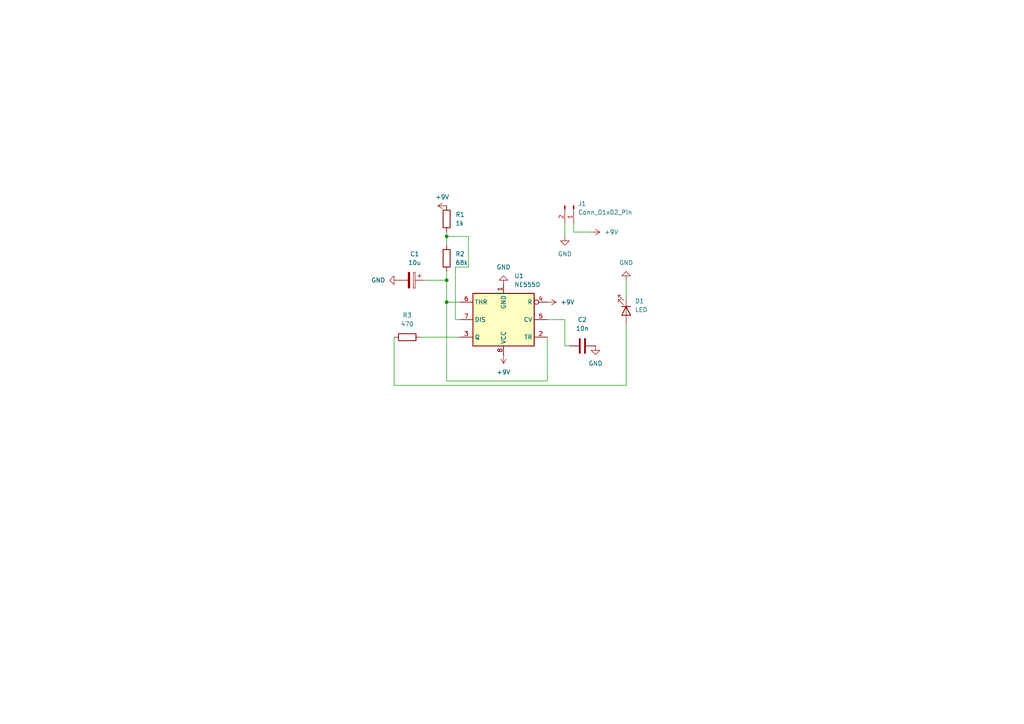
<source format=kicad_sch>
(kicad_sch (version 20250114) (generator "eeschema") (generator_version "9.0")
  (paper "A4")
  (lib_symbols
    (symbol "Connector:Conn_01x02_Pin" (pin_names (offset 1.016) (hide yes))
      (property "Reference" "J" (at 0 2.54 0))
      (property "Value" "Conn_01x02_Pin" (at 0 -5.08 0))
      (symbol "Conn_01x02_Pin_1_1"
        (rectangle (start 0.8636 0.127) (end 0 -0.127) (stroke (width 0.1524)) (fill (type outline)))
        (rectangle (start 0.8636 -2.413) (end 0 -2.667) (stroke (width 0.1524)) (fill (type outline)))
        (polyline (pts (xy 1.27 0) (xy 0.8636 0)) (stroke (width 0.1524)))
        (polyline (pts (xy 1.27 -2.54) (xy 0.8636 -2.54)) (stroke (width 0.1524)))
        (pin passive line (at 5.08 0 180) (length 3.81) (name "Pin_1") (number "1"))
        (pin passive line (at 5.08 -2.54 180) (length 3.81) (name "Pin_2") (number "2"))
      )
    )
    (symbol "Device:C" (pin_numbers (hide yes)) (pin_names (offset 0.254))
      (property "Reference" "C" (at 0.635 2.54 0))
      (property "Value" "C" (at 0.635 -2.54 0))
      (symbol "C_0_1"
        (polyline (pts (xy -2.032 0.762) (xy 2.032 0.762)) (stroke (width 0.508)))
        (polyline (pts (xy -2.032 -0.762) (xy 2.032 -0.762)) (stroke (width 0.508)))
      )
      (symbol "C_1_1"
        (pin passive line (at 0 3.81 270) (length 2.794) (name "~") (number "1"))
        (pin passive line (at 0 -3.81 90) (length 2.794) (name "~") (number "2"))
      )
    )
    (symbol "Device:C_Polarized" (pin_numbers (hide yes)) (pin_names (offset 0.254))
      (property "Reference" "C" (at 0.635 2.54 0))
      (property "Value" "C_Polarized" (at 0.635 -2.54 0))
      (symbol "C_Polarized_0_1"
        (rectangle (start -2.286 0.508) (end 2.286 1.016))
        (polyline (pts (xy -1.778 2.286) (xy -0.762 2.286)))
        (polyline (pts (xy -1.27 2.794) (xy -1.27 1.778)))
        (rectangle (start 2.286 -0.508) (end -2.286 -1.016) (fill (type outline)))
      )
      (symbol "C_Polarized_1_1"
        (pin passive line (at 0 3.81 270) (length 2.794) (name "~") (number "1"))
        (pin passive line (at 0 -3.81 90) (length 2.794) (name "~") (number "2"))
      )
    )
    (symbol "Device:LED" (pin_numbers (hide yes)) (pin_names (offset 1.016) (hide yes))
      (property "Reference" "D" (at 0 2.54 0))
      (property "Value" "LED" (at 0 -2.54 0))
      (symbol "LED_0_1"
        (polyline (pts (xy -3.048 -0.762) (xy -4.572 -2.286) (xy -3.81 -2.286) (xy -4.572 -2.286) (xy -4.572 -1.524)))
        (polyline (pts (xy -1.778 -0.762) (xy -3.302 -2.286) (xy -2.54 -2.286) (xy -3.302 -2.286) (xy -3.302 -1.524)))
        (polyline (pts (xy -1.27 0) (xy 1.27 0)))
        (polyline (pts (xy -1.27 -1.27) (xy -1.27 1.27)) (stroke (width 0.254)))
        (polyline (pts (xy 1.27 -1.27) (xy 1.27 1.27) (xy -1.27 0) (xy 1.27 -1.27)) (stroke (width 0.254)))
      )
      (symbol "LED_1_1"
        (pin passive line (at -3.81 0 0) (length 2.54) (name "K") (number "1"))
        (pin passive line (at 3.81 0 180) (length 2.54) (name "A") (number "2"))
      )
    )
    (symbol "Device:R" (pin_numbers (hide yes)) (pin_names (offset 0))
      (property "Reference" "R" (at 2.032 0 90))
      (property "Value" "R" (at 0 0 90))
      (symbol "R_0_1"
        (rectangle (start -1.016 -2.54) (end 1.016 2.54) (stroke (width 0.254)))
      )
      (symbol "R_1_1"
        (pin passive line (at 0 3.81 270) (length 1.27) (name "~") (number "1"))
        (pin passive line (at 0 -3.81 90) (length 1.27) (name "~") (number "2"))
      )
    )
    (symbol "Timer:NE555D"
      (property "Reference" "U" (at -10.16 8.89 0))
      (property "Value" "NE555D" (at 2.54 8.89 0))
      (symbol "NE555D_0_0"
        (pin power_in line (at 0 10.16 270) (length 2.54) (name "VCC") (number "8"))
        (pin power_in line (at 0 -10.16 90) (length 2.54) (name "GND") (number "1"))
      )
      (symbol "NE555D_0_1"
        (rectangle (start -8.89 -7.62) (end 8.89 7.62) (stroke (width 0.254)) (fill (type background)))
        (rectangle (start -8.89 -7.62) (end 8.89 7.62) (stroke (width 0.254)) (fill (type background)))
      )
      (symbol "NE555D_1_1"
        (pin input line (at -12.7 5.08 0) (length 3.81) (name "TR") (number "2"))
        (pin input line (at -12.7 0 0) (length 3.81) (name "CV") (number "5"))
        (pin input inverted (at -12.7 -5.08 0) (length 3.81) (name "R") (number "4"))
        (pin output line (at 12.7 5.08 180) (length 3.81) (name "Q") (number "3"))
        (pin input line (at 12.7 0 180) (length 3.81) (name "DIS") (number "7"))
        (pin input line (at 12.7 -5.08 180) (length 3.81) (name "THR") (number "6"))
      )
    )
    (symbol "power:+9V" (power) (pin_numbers (hide yes)) (pin_names (offset 0) (hide yes))
      (property "Value" "+9V" (at 0 3.556 0))
      (symbol "+9V_0_1"
        (polyline (pts (xy -0.762 1.27) (xy 0 2.54)))
        (polyline (pts (xy 0 2.54) (xy 0.762 1.27)))
        (polyline (pts (xy 0 0) (xy 0 2.54)))
      )
      (symbol "+9V_1_1"
        (pin power_in line (at 0 0 90) (length 0) (name "~") (number "1"))
      )
    )
    (symbol "power:GND" (power) (pin_numbers (hide yes)) (pin_names (offset 0) (hide yes))
      (property "Value" "GND" (at 0 -3.81 0))
      (symbol "GND_0_1"
        (polyline (pts (xy 0 0) (xy 0 -1.27) (xy 1.27 -1.27) (xy 0 -2.54) (xy -1.27 -1.27) (xy 0 -1.27)))
      )
      (symbol "GND_1_1"
        (pin power_in line (at 0 0 270) (length 0) (name "~") (number "1"))
      )
    )
  )
  (junction (at 129.54 81.28))
  (junction (at 129.54 68.58))
  (junction (at 129.54 87.63))
  (wire (pts (xy 129.54 81.28) (xy 129.54 87.63)))
  (wire (pts (xy 129.54 68.58) (xy 129.54 71.12)))
  (wire (pts (xy 135.89 68.58) (xy 135.89 77.47)))
  (wire (pts (xy 133.35 92.71) (xy 132.08 92.71)))
  (wire (pts (xy 181.61 81.28) (xy 181.61 86.36)))
  (wire (pts (xy 165.1 100.33) (xy 163.83 100.33)))
  (wire (pts (xy 181.61 111.76) (xy 114.3 111.76)))
  (wire (pts (xy 123.19 81.28) (xy 129.54 81.28)))
  (wire (pts (xy 133.35 97.79) (xy 121.92 97.79)))
  (wire (pts (xy 181.61 93.98) (xy 181.61 111.76)))
  (wire (pts (xy 132.08 92.71) (xy 132.08 77.47)))
  (wire (pts (xy 129.54 81.28) (xy 129.54 78.74)))
  (wire (pts (xy 166.37 67.31) (xy 166.37 64.77)))
  (wire (pts (xy 158.75 110.49) (xy 129.54 110.49)))
  (wire (pts (xy 135.89 68.58) (xy 129.54 68.58)))
  (wire (pts (xy 129.54 67.31) (xy 129.54 68.58)))
  (wire (pts (xy 129.54 110.49) (xy 129.54 87.63)))
  (wire (pts (xy 163.83 68.58) (xy 163.83 64.77)))
  (wire (pts (xy 163.83 92.71) (xy 158.75 92.71)))
  (wire (pts (xy 158.75 97.79) (xy 158.75 110.49)))
  (wire (pts (xy 129.54 87.63) (xy 133.35 87.63)))
  (wire (pts (xy 132.08 77.47) (xy 135.89 77.47)))
  (wire (pts (xy 114.3 111.76) (xy 114.3 97.79)))
  (wire (pts (xy 163.83 100.33) (xy 163.83 92.71)))
  (wire (pts (xy 171.45 67.31) (xy 166.37 67.31)))
  (symbol (lib_id "power:+9V") (at 158.75 87.63 270) (unit 1)
    (property "Reference" "#PWR03" (effects (hide yes)))
    (property "Value" "+9V" (at 162.56 87.6299 90) (effects (justify left)))
    (property "Description" "Power symbol creates a global label with name \"+9V\"" (effects (hide yes)))
  )
  (symbol (lib_id "Device:R") (at 129.54 63.5 0) (unit 1)
    (property "Reference" "R1" (at 132.08 62.2299 0) (effects (justify left)))
    (property "Value" "1k" (at 132.08 64.7699 0) (effects (justify left)))
    (property "Footprint" "Resistor_THT:R_Axial_DIN0204_L3.6mm_D1.6mm_P1.90mm_Vertical" (effects (hide yes)))
    (property "Description" "Resistor" (effects (hide yes)))
  )
  (symbol (lib_id "power:+9V") (at 146.05 102.87 180) (unit 1)
    (property "Reference" "#PWR06" (effects (hide yes)))
    (property "Value" "+9V" (at 146.05 107.95 0))
    (property "Description" "Power symbol creates a global label with name \"+9V\"" (effects (hide yes)))
  )
  (symbol (lib_id "Device:C") (at 168.91 100.33 90) (unit 1)
    (property "Reference" "C2" (at 168.91 92.71 90))
    (property "Value" "10n" (at 168.91 95.25 90))
    (property "Footprint" "Capacitor_THT:CP_Axial_L10.0mm_D4.5mm_P15.00mm_Horizontal" (effects (hide yes)))
    (property "Description" "Unpolarized capacitor" (effects (hide yes)))
  )
  (symbol (lib_id "Device:R") (at 118.11 97.79 90) (unit 1)
    (property "Reference" "R3" (at 118.11 91.44 90))
    (property "Value" "470" (at 118.11 93.98 90))
    (property "Footprint" "Resistor_THT:R_Axial_DIN0204_L3.6mm_D1.6mm_P2.54mm_Vertical" (effects (hide yes)))
    (property "Description" "Resistor" (effects (hide yes)))
  )
  (symbol (lib_id "Device:R") (at 129.54 74.93 0) (unit 1)
    (property "Reference" "R2" (at 132.08 73.6599 0) (effects (justify left)))
    (property "Value" "68k" (at 132.08 76.1999 0) (effects (justify left)))
    (property "Footprint" "Resistor_THT:R_Axial_DIN0204_L3.6mm_D1.6mm_P5.08mm_Horizontal" (effects (hide yes)))
    (property "Description" "Resistor" (effects (hide yes)))
  )
  (symbol (lib_id "power:+9V") (at 171.45 67.31 270) (unit 1)
    (property "Reference" "#PWR01" (effects (hide yes)))
    (property "Value" "+9V" (at 175.26 67.3099 90) (effects (justify left)))
    (property "Description" "Power symbol creates a global label with name \"+9V\"" (effects (hide yes)))
  )
  (symbol (lib_id "power:GND") (at 181.61 81.28 180) (unit 1)
    (property "Reference" "#PWR08" (effects (hide yes)))
    (property "Value" "GND" (at 181.61 76.2 0))
    (property "Description" "Power symbol creates a global label with name \"GND\" , ground" (effects (hide yes)))
  )
  (symbol (lib_id "power:GND") (at 115.57 81.28 270) (unit 1)
    (property "Reference" "#PWR09" (effects (hide yes)))
    (property "Value" "GND" (at 111.76 81.2799 90) (effects (justify right)))
    (property "Description" "Power symbol creates a global label with name \"GND\" , ground" (effects (hide yes)))
  )
  (symbol (lib_id "power:GND") (at 146.05 82.55 180) (unit 1)
    (property "Reference" "#PWR04" (effects (hide yes)))
    (property "Value" "GND" (at 146.05 77.47 0))
    (property "Description" "Power symbol creates a global label with name \"GND\" , ground" (effects (hide yes)))
  )
  (symbol (lib_id "power:GND") (at 163.83 68.58 0) (unit 1)
    (property "Reference" "#PWR02" (effects (hide yes)))
    (property "Value" "GND" (at 163.83 73.66 0))
    (property "Description" "Power symbol creates a global label with name \"GND\" , ground" (effects (hide yes)))
  )
  (symbol (lib_id "power:+9V") (at 129.54 59.69 90) (unit 1)
    (property "Reference" "#PWR07" (effects (hide yes)))
    (property "Value" "+9V" (at 128.27 57.15 90))
    (property "Description" "Power symbol creates a global label with name \"+9V\"" (effects (hide yes)))
  )
  (symbol (lib_id "Device:C_Polarized") (at 119.38 81.28 270) (unit 1)
    (property "Reference" "C1" (at 120.269 73.66 90))
    (property "Value" "10u" (at 120.269 76.2 90))
    (property "Footprint" "Capacitor_THT:CP_Axial_L10.0mm_D6.0mm_P15.00mm_Horizontal" (effects (hide yes)))
    (property "Description" "Polarized capacitor" (effects (hide yes)))
  )
  (symbol (lib_id "power:GND") (at 172.72 100.33 0) (unit 1)
    (property "Reference" "#PWR05" (effects (hide yes)))
    (property "Value" "GND" (at 172.72 105.41 0))
    (property "Description" "Power symbol creates a global label with name \"GND\" , ground" (effects (hide yes)))
  )
  (symbol (lib_id "Connector:Conn_01x02_Pin") (at 166.37 59.69 270) (unit 1)
    (property "Reference" "J1" (at 167.64 59.0549 90) (effects (justify left)))
    (property "Value" "Conn_01x02_Pin" (at 167.64 61.5949 90) (effects (justify left)))
    (property "Footprint" "Connector_PinSocket_2.54mm:PinSocket_1x01_P2.54mm_Horizontal" (effects (hide yes)))
    (property "Description" "Generic connector, single row, 01x02, script generated" (effects (hide yes)))
  )
  (symbol (lib_id "Device:LED") (at 181.61 90.17 270) (unit 1)
    (property "Reference" "D1" (at 184.15 87.3124 90) (effects (justify left)))
    (property "Value" "LED" (at 184.15 89.8524 90) (effects (justify left)))
    (property "Footprint" "LED_THT:LED_D3.0mm_Horizontal_O1.27mm_Z2.0mm_Clear" (effects (hide yes)))
    (property "Description" "Light emitting diode" (effects (hide yes)))
    (property "Sim.Pins" "1=K 2=A" (effects (hide yes)))
  )
  (symbol (lib_id "Timer:NE555D") (at 146.05 92.71 180) (unit 1)
    (property "Reference" "U1" (at 149.1681 80.01 0) (effects (justify right)))
    (property "Value" "NE555D" (at 149.1681 82.55 0) (effects (justify right)))
    (property "Footprint" "Package_SO:SOIC-8_3.9x4.9mm_P1.27mm" (effects (hide yes)))
    (property "Datasheet" "http://www.ti.com/lit/ds/symlink/ne555.pdf" (effects (hide yes)))
    (property "Description" "Precision Timers, 555 compatible, SOIC-8" (effects (hide yes)))
  )
)
</source>
